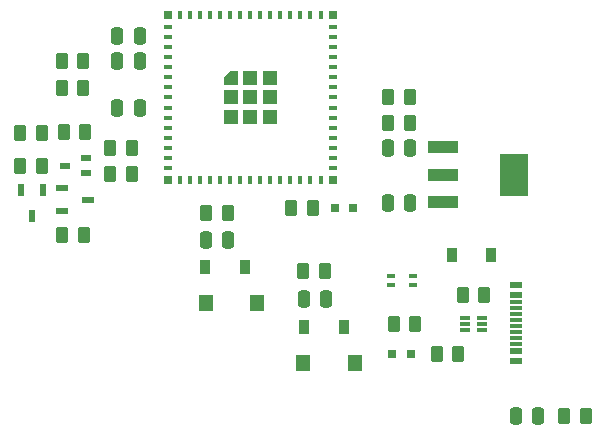
<source format=gbr>
%TF.GenerationSoftware,KiCad,Pcbnew,7.0.11+dfsg-1*%
%TF.CreationDate,2024-04-27T01:01:36+02:00*%
%TF.ProjectId,door_open_alarm,646f6f72-5f6f-4706-956e-5f616c61726d,rev?*%
%TF.SameCoordinates,Original*%
%TF.FileFunction,Paste,Top*%
%TF.FilePolarity,Positive*%
%FSLAX46Y46*%
G04 Gerber Fmt 4.6, Leading zero omitted, Abs format (unit mm)*
G04 Created by KiCad (PCBNEW 7.0.11+dfsg-1) date 2024-04-27 01:01:36*
%MOMM*%
%LPD*%
G01*
G04 APERTURE LIST*
G04 Aperture macros list*
%AMRoundRect*
0 Rectangle with rounded corners*
0 $1 Rounding radius*
0 $2 $3 $4 $5 $6 $7 $8 $9 X,Y pos of 4 corners*
0 Add a 4 corners polygon primitive as box body*
4,1,4,$2,$3,$4,$5,$6,$7,$8,$9,$2,$3,0*
0 Add four circle primitives for the rounded corners*
1,1,$1+$1,$2,$3*
1,1,$1+$1,$4,$5*
1,1,$1+$1,$6,$7*
1,1,$1+$1,$8,$9*
0 Add four rect primitives between the rounded corners*
20,1,$1+$1,$2,$3,$4,$5,0*
20,1,$1+$1,$4,$5,$6,$7,0*
20,1,$1+$1,$6,$7,$8,$9,0*
20,1,$1+$1,$8,$9,$2,$3,0*%
%AMFreePoly0*
4,1,6,0.600000,-0.600000,-0.600000,-0.600000,-0.600000,0.000000,0.000000,0.600000,0.600000,0.600000,0.600000,-0.600000,0.600000,-0.600000,$1*%
G04 Aperture macros list end*
%ADD10RoundRect,0.250000X0.250000X0.475000X-0.250000X0.475000X-0.250000X-0.475000X0.250000X-0.475000X0*%
%ADD11RoundRect,0.250000X-0.262500X-0.450000X0.262500X-0.450000X0.262500X0.450000X-0.262500X0.450000X0*%
%ADD12RoundRect,0.250000X-0.250000X-0.475000X0.250000X-0.475000X0.250000X0.475000X-0.250000X0.475000X0*%
%ADD13R,0.950000X1.150000*%
%ADD14R,0.800000X0.800000*%
%ADD15RoundRect,0.250000X0.262500X0.450000X-0.262500X0.450000X-0.262500X-0.450000X0.262500X-0.450000X0*%
%ADD16R,0.850000X0.300000*%
%ADD17R,1.040000X0.530000*%
%ADD18R,0.800000X0.400000*%
%ADD19R,0.400000X0.800000*%
%ADD20FreePoly0,0.000000*%
%ADD21R,1.200000X1.200000*%
%ADD22R,1.230000X1.360000*%
%ADD23R,1.100000X0.550000*%
%ADD24R,1.100000X0.300000*%
%ADD25R,0.530000X1.040000*%
%ADD26R,0.940000X0.500000*%
%ADD27R,0.750000X0.400000*%
%ADD28R,2.500000X1.100000*%
%ADD29R,2.340000X3.600000*%
G04 APERTURE END LIST*
D10*
%TO.C,C3*%
X100021400Y-74269600D03*
X98121400Y-74269600D03*
%TD*%
D11*
%TO.C,R14*%
X121056400Y-79502000D03*
X122881400Y-79502000D03*
%TD*%
D12*
%TO.C,C7*%
X113881400Y-94413700D03*
X115781400Y-94413700D03*
%TD*%
D13*
%TO.C,D4*%
X113884400Y-96774000D03*
X117264400Y-96774000D03*
%TD*%
D14*
%TO.C,LED2*%
X118110000Y-86715600D03*
X116510000Y-86715600D03*
%TD*%
D15*
%TO.C,R8*%
X91741000Y-83108800D03*
X89916000Y-83108800D03*
%TD*%
D16*
%TO.C,D1*%
X129032000Y-97020000D03*
X129032000Y-96520000D03*
X129032000Y-96020000D03*
X127592000Y-96020000D03*
X127592000Y-96520000D03*
X127592000Y-97020000D03*
%TD*%
D15*
%TO.C,R16*%
X95246200Y-74218800D03*
X93421200Y-74218800D03*
%TD*%
D10*
%TO.C,C2*%
X100021400Y-72085200D03*
X98121400Y-72085200D03*
%TD*%
D17*
%TO.C,Q3*%
X93415500Y-85018800D03*
X93415500Y-86918800D03*
X95615500Y-85968800D03*
%TD*%
D11*
%TO.C,R9*%
X89916000Y-80313850D03*
X91741000Y-80313850D03*
%TD*%
D18*
%TO.C,U1*%
X102368600Y-71377600D03*
X102368600Y-72227600D03*
X102368600Y-73077600D03*
X102368600Y-73927600D03*
X102368600Y-74777600D03*
X102368600Y-75627600D03*
X102368600Y-76477600D03*
X102368600Y-77327600D03*
X102368600Y-78177600D03*
X102368600Y-79027600D03*
X102368600Y-79877600D03*
X102368600Y-80727600D03*
X102368600Y-81577600D03*
X102368600Y-82427600D03*
X102368600Y-83277600D03*
D19*
X103418600Y-84327600D03*
X104268600Y-84327600D03*
X105118600Y-84327600D03*
X105968600Y-84327600D03*
X106818600Y-84327600D03*
X107668600Y-84327600D03*
X108518600Y-84327600D03*
X109368600Y-84327600D03*
X110218600Y-84327600D03*
X111068600Y-84327600D03*
X111918600Y-84327600D03*
X112768600Y-84327600D03*
X113618600Y-84327600D03*
X114468600Y-84327600D03*
X115318600Y-84327600D03*
D18*
X116368600Y-83277600D03*
X116368600Y-82427600D03*
X116368600Y-81577600D03*
X116368600Y-80727600D03*
X116368600Y-79877600D03*
X116368600Y-79027600D03*
X116368600Y-78177600D03*
X116368600Y-77327600D03*
X116368600Y-76477600D03*
X116368600Y-75627600D03*
X116368600Y-74777600D03*
X116368600Y-73927600D03*
X116368600Y-73077600D03*
X116368600Y-72227600D03*
X116368600Y-71377600D03*
D19*
X115318600Y-70327600D03*
X114468600Y-70327600D03*
X113618600Y-70327600D03*
X112768600Y-70327600D03*
X111918600Y-70327600D03*
X111068600Y-70327600D03*
X110218600Y-70327600D03*
X109368600Y-70327600D03*
X108518600Y-70327600D03*
X107668600Y-70327600D03*
X106818600Y-70327600D03*
X105968600Y-70327600D03*
X105118600Y-70327600D03*
X104268600Y-70327600D03*
X103418600Y-70327600D03*
D20*
X107718600Y-75677600D03*
D21*
X107718600Y-77327600D03*
X107718600Y-78977600D03*
X109368600Y-75677600D03*
X109368600Y-77327600D03*
X109368600Y-78977600D03*
X111018600Y-75677600D03*
X111018600Y-77327600D03*
X111018600Y-78977600D03*
D14*
X102368600Y-70327600D03*
X102368600Y-84327600D03*
X116368600Y-84327600D03*
X116368600Y-70327600D03*
%TD*%
D22*
%TO.C,ESP_RESET*%
X109982000Y-94691200D03*
X105622000Y-94691200D03*
%TD*%
D11*
%TO.C,R5*%
X135951500Y-104300000D03*
X137776500Y-104300000D03*
%TD*%
D13*
%TO.C,D2*%
X126414000Y-90678000D03*
X129794000Y-90678000D03*
%TD*%
D11*
%TO.C,R3*%
X112841500Y-86715600D03*
X114666500Y-86715600D03*
%TD*%
D14*
%TO.C,LED1*%
X121412000Y-99060000D03*
X123012000Y-99060000D03*
%TD*%
D13*
%TO.C,D3*%
X105542800Y-91690000D03*
X108922800Y-91690000D03*
%TD*%
D15*
%TO.C,R1*%
X127000000Y-99060000D03*
X125175000Y-99060000D03*
%TD*%
%TO.C,R10*%
X99359100Y-83769200D03*
X97534100Y-83769200D03*
%TD*%
D11*
%TO.C,R4*%
X127357500Y-94030800D03*
X129182500Y-94030800D03*
%TD*%
D15*
%TO.C,R6*%
X107444500Y-87071200D03*
X105619500Y-87071200D03*
%TD*%
D10*
%TO.C,C1*%
X133750000Y-104300000D03*
X131850000Y-104300000D03*
%TD*%
D11*
%TO.C,R17*%
X121060200Y-77266800D03*
X122885200Y-77266800D03*
%TD*%
D23*
%TO.C,USB1*%
X131865000Y-99620000D03*
X131865000Y-98820000D03*
D24*
X131865000Y-98170000D03*
X131865000Y-97670000D03*
X131865000Y-97170000D03*
X131865000Y-96670000D03*
X131865000Y-96170000D03*
X131865000Y-95670000D03*
X131865000Y-95170000D03*
X131865000Y-94670000D03*
D23*
X131865000Y-94020000D03*
X131865000Y-93220000D03*
%TD*%
D15*
%TO.C,R12*%
X99361000Y-81635600D03*
X97536000Y-81635600D03*
%TD*%
D11*
%TO.C,R2*%
X121515500Y-96520000D03*
X123340500Y-96520000D03*
%TD*%
D25*
%TO.C,Q1*%
X91829300Y-85121000D03*
X89929300Y-85121000D03*
X90879300Y-87321000D03*
%TD*%
D11*
%TO.C,R15*%
X93468200Y-88950800D03*
X95293200Y-88950800D03*
%TD*%
D10*
%TO.C,C5*%
X122896800Y-86265800D03*
X120996800Y-86265800D03*
%TD*%
D26*
%TO.C,Q2*%
X95451300Y-83748400D03*
X95451300Y-82448400D03*
X93651300Y-83098400D03*
%TD*%
D22*
%TO.C,BOOT0*%
X118211600Y-99822000D03*
X113851600Y-99822000D03*
%TD*%
D10*
%TO.C,C8*%
X100006200Y-78181200D03*
X98106200Y-78181200D03*
%TD*%
%TO.C,C4*%
X122902000Y-81621600D03*
X121002000Y-81621600D03*
%TD*%
D27*
%TO.C,L1*%
X123144800Y-93211600D03*
X121304800Y-93211600D03*
X121304800Y-92411600D03*
X123144800Y-92411600D03*
%TD*%
D28*
%TO.C,U2*%
X125730000Y-81556800D03*
X125730000Y-83856800D03*
X125730000Y-86156800D03*
D29*
X131670000Y-83856800D03*
%TD*%
D15*
%TO.C,R11*%
X95396700Y-80264000D03*
X93571700Y-80264000D03*
%TD*%
%TO.C,R7*%
X115677900Y-92026100D03*
X113852900Y-92026100D03*
%TD*%
D12*
%TO.C,C6*%
X105597200Y-89408000D03*
X107497200Y-89408000D03*
%TD*%
D11*
%TO.C,R13*%
X93421200Y-76504800D03*
X95246200Y-76504800D03*
%TD*%
M02*

</source>
